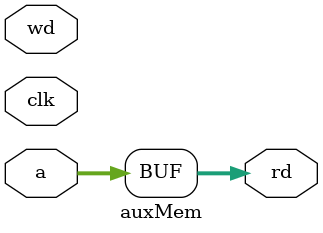
<source format=sv>
module auxMem #(parameter WIDTH=32)(input logic clk, input logic [WIDTH-1:0] a, wd, output logic [WIDTH-1:0] rd);
	logic [WIDTH-1:0] RAM [63:0];
	assign rd = a;
	
	always_ff @(posedge clk)
		RAM[a[31:2]] <= wd; 
		
	
endmodule
</source>
